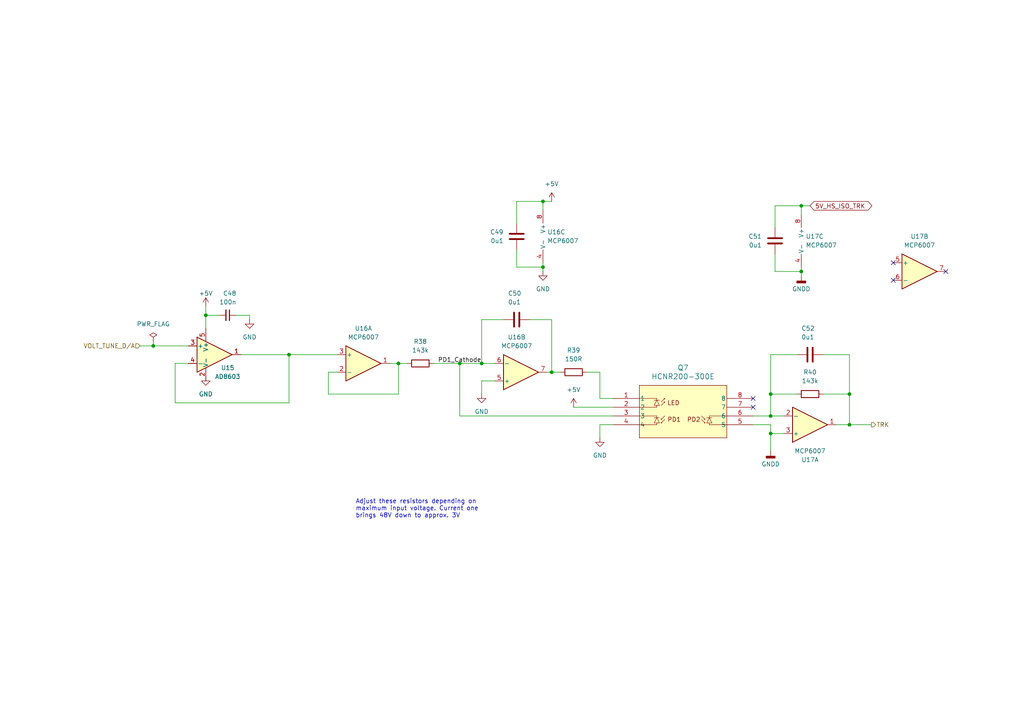
<source format=kicad_sch>
(kicad_sch (version 20231120) (generator "eeschema") (generator_version "8.0")
  (paper "A4")
  (lib_symbols
    (symbol "Amplifier_Operational:AD8603" (pin_names (offset 0.127))
      (property "Reference" "U" (at 0 5.08 0))
      (property "Value" "AD8603" (at 0 -5.08 0))
      (symbol "AD8603_0_1"
        (polyline (pts (xy -5.08 5.08) (xy 5.08 0) (xy -5.08 -5.08) (xy -5.08 5.08)) (stroke (width 0.254)) (fill (type background)))
        (pin power_in line (at -2.54 -7.62 90) (length 3.81) (name "V-") (number "2"))
        (pin power_in line (at -2.54 7.62 270) (length 3.81) (name "V+") (number "5"))
      )
      (symbol "AD8603_1_1"
        (pin output line (at 7.62 0 180) (length 2.54) (name "~") (number "1"))
        (pin input line (at -7.62 2.54 0) (length 2.54) (name "+") (number "3"))
        (pin input line (at -7.62 -2.54 0) (length 2.54) (name "-") (number "4"))
      )
    )
    (symbol "Device:C" (pin_numbers hide) (pin_names (offset 0.254))
      (property "Reference" "C" (at 0.635 2.54 0))
      (property "Value" "C" (at 0.635 -2.54 0))
      (symbol "C_0_1"
        (polyline (pts (xy -2.032 -0.762) (xy 2.032 -0.762)) (stroke (width 0.508)))
        (polyline (pts (xy -2.032 0.762) (xy 2.032 0.762)) (stroke (width 0.508)))
      )
      (symbol "C_1_1"
        (pin passive line (at 0 3.81 270) (length 2.794) (name "~") (number "1"))
        (pin passive line (at 0 -3.81 90) (length 2.794) (name "~") (number "2"))
      )
    )
    (symbol "Device:C_Small" (pin_numbers hide) (pin_names (offset 0.254) hide)
      (property "Reference" "C" (at 0.254 1.778 0))
      (property "Value" "C_Small" (at 0.254 -2.032 0))
      (symbol "C_Small_0_1"
        (polyline (pts (xy -1.524 -0.508) (xy 1.524 -0.508)) (stroke (width 0.3302)))
        (polyline (pts (xy -1.524 0.508) (xy 1.524 0.508)) (stroke (width 0.3048)))
      )
      (symbol "C_Small_1_1"
        (pin passive line (at 0 2.54 270) (length 2.032) (name "~") (number "1"))
        (pin passive line (at 0 -2.54 90) (length 2.032) (name "~") (number "2"))
      )
    )
    (symbol "Device:R" (pin_numbers hide) (pin_names (offset 0))
      (property "Reference" "R" (at 2.032 0 90))
      (property "Value" "R" (at 0 0 90))
      (symbol "R_0_1"
        (rectangle (start -1.016 -2.54) (end 1.016 2.54) (stroke (width 0.254)))
      )
      (symbol "R_1_1"
        (pin passive line (at 0 3.81 270) (length 1.27) (name "~") (number "1"))
        (pin passive line (at 0 -3.81 90) (length 1.27) (name "~") (number "2"))
      )
    )
    (symbol "ecocad_lib_symbols:HCNR200-300E" (pin_names (offset 0.254))
      (property "Reference" "Q" (at 20.32 10.16 0))
      (property "Value" "HCNR200-300E" (at 20.32 7.62 0))
      (symbol "HCNR200-300E_0_1"
        (polyline (pts (xy 7.62 -7.62) (xy 12.7 -7.62)) (stroke (width 0.127)))
        (polyline (pts (xy 7.62 -5.08) (xy 12.7 -5.08)) (stroke (width 0.127)))
        (polyline (pts (xy 7.62 -2.54) (xy 12.7 -2.54)) (stroke (width 0.127)))
        (polyline (pts (xy 7.62 0) (xy 12.7 0)) (stroke (width 0.127)))
        (polyline (pts (xy 11.938 -7.112) (xy 13.462 -7.112)) (stroke (width 0.127)))
        (polyline (pts (xy 11.938 -5.588) (xy 13.462 -5.588)) (stroke (width 0.127)))
        (polyline (pts (xy 11.938 -2.032) (xy 13.462 -2.032)) (stroke (width 0.127)))
        (polyline (pts (xy 11.938 -0.508) (xy 13.462 -0.508)) (stroke (width 0.127)))
        (polyline (pts (xy 12.7 -7.112) (xy 12.7 -7.62)) (stroke (width 0.127)))
        (polyline (pts (xy 12.7 -5.588) (xy 11.938 -7.112)) (stroke (width 0.127)))
        (polyline (pts (xy 12.7 -5.08) (xy 12.7 -5.588)) (stroke (width 0.127)))
        (polyline (pts (xy 12.7 -2.032) (xy 12.7 -2.54)) (stroke (width 0.127)))
        (polyline (pts (xy 12.7 -0.508) (xy 11.938 -2.032)) (stroke (width 0.127)))
        (polyline (pts (xy 12.7 0) (xy 12.7 -0.508)) (stroke (width 0.127)))
        (polyline (pts (xy 13.462 -7.112) (xy 12.7 -5.588)) (stroke (width 0.127)))
        (polyline (pts (xy 13.462 -2.032) (xy 12.7 -0.508)) (stroke (width 0.127)))
        (polyline (pts (xy 13.97 -7.112) (xy 13.97 -6.858)) (stroke (width 0.127)))
        (polyline (pts (xy 13.97 -7.112) (xy 14.224 -7.112)) (stroke (width 0.127)))
        (polyline (pts (xy 13.97 -6.096) (xy 13.97 -5.842)) (stroke (width 0.127)))
        (polyline (pts (xy 13.97 -6.096) (xy 14.224 -6.096)) (stroke (width 0.127)))
        (polyline (pts (xy 13.97 -2.032) (xy 14.986 -1.016)) (stroke (width 0.127)))
        (polyline (pts (xy 13.97 -1.016) (xy 14.986 0)) (stroke (width 0.127)))
        (polyline (pts (xy 14.986 -6.096) (xy 13.97 -7.112)) (stroke (width 0.127)))
        (polyline (pts (xy 14.986 -5.08) (xy 13.97 -6.096)) (stroke (width 0.127)))
        (polyline (pts (xy 14.986 -1.016) (xy 14.732 -1.016)) (stroke (width 0.127)))
        (polyline (pts (xy 14.986 -1.016) (xy 14.986 -1.27)) (stroke (width 0.127)))
        (polyline (pts (xy 14.986 0) (xy 14.732 0)) (stroke (width 0.127)))
        (polyline (pts (xy 14.986 0) (xy 14.986 -0.254)) (stroke (width 0.127)))
        (polyline (pts (xy 25.654 -6.096) (xy 26.67 -7.112)) (stroke (width 0.127)))
        (polyline (pts (xy 25.654 -5.08) (xy 26.67 -6.096)) (stroke (width 0.127)))
        (polyline (pts (xy 26.67 -7.112) (xy 26.416 -7.112)) (stroke (width 0.127)))
        (polyline (pts (xy 26.67 -7.112) (xy 26.67 -6.858)) (stroke (width 0.127)))
        (polyline (pts (xy 26.67 -6.096) (xy 26.416 -6.096)) (stroke (width 0.127)))
        (polyline (pts (xy 26.67 -6.096) (xy 26.67 -5.842)) (stroke (width 0.127)))
        (polyline (pts (xy 27.178 -7.112) (xy 27.94 -5.588)) (stroke (width 0.127)))
        (polyline (pts (xy 27.94 -7.112) (xy 27.94 -7.62)) (stroke (width 0.127)))
        (polyline (pts (xy 27.94 -5.588) (xy 28.702 -7.112)) (stroke (width 0.127)))
        (polyline (pts (xy 27.94 -5.08) (xy 27.94 -5.588)) (stroke (width 0.127)))
        (polyline (pts (xy 28.702 -7.112) (xy 27.178 -7.112)) (stroke (width 0.127)))
        (polyline (pts (xy 28.702 -5.588) (xy 27.178 -5.588)) (stroke (width 0.127)))
        (polyline (pts (xy 33.02 -7.62) (xy 27.94 -7.62)) (stroke (width 0.127)))
        (polyline (pts (xy 33.02 -5.08) (xy 27.94 -5.08)) (stroke (width 0.127)))
        (pin unspecified line (at 0 0 0) (length 7.62) (name "1") (number "1"))
        (pin unspecified line (at 0 -2.54 0) (length 7.62) (name "2") (number "2"))
        (pin unspecified line (at 0 -5.08 0) (length 7.62) (name "3") (number "3"))
        (pin unspecified line (at 0 -7.62 0) (length 7.62) (name "4") (number "4"))
        (pin unspecified line (at 40.64 -7.62 180) (length 7.62) (name "5") (number "5"))
        (pin unspecified line (at 40.64 -5.08 180) (length 7.62) (name "6") (number "6"))
        (pin unspecified line (at 40.64 -2.54 180) (length 7.62) (name "7") (number "7"))
        (pin unspecified line (at 40.64 0 180) (length 7.62) (name "8") (number "8"))
      )
      (symbol "HCNR200-300E_1_1"
        (rectangle (start 7.62 3.81) (end 33.02 -11.43) (fill (type background)))
        (text "LED" (at 17.526 -1.27 0) (effects (font (size 1.27 1.27))))
        (text "PD1  PD2" (at 20.574 -6.096 0) (effects (font (size 1.27 1.27))))
      )
    )
    (symbol "ecocad_lib_symbols:MCP6007" (pin_names (offset 0.127))
      (property "Reference" "U" (at 0 5.08 0))
      (property "Value" "MCP6007" (at 0 -5.08 0))
      (symbol "MCP6007_1_1"
        (polyline (pts (xy -5.08 5.08) (xy 5.08 0) (xy -5.08 -5.08) (xy -5.08 5.08)) (stroke (width 0.254)) (fill (type background)))
        (pin output line (at 7.62 0 180) (length 2.54) (name "~") (number "1"))
        (pin input line (at -7.62 -2.54 0) (length 2.54) (name "-") (number "2"))
        (pin input line (at -7.62 2.54 0) (length 2.54) (name "+") (number "3"))
      )
      (symbol "MCP6007_2_1"
        (polyline (pts (xy -5.08 5.08) (xy 5.08 0) (xy -5.08 -5.08) (xy -5.08 5.08)) (stroke (width 0.254)) (fill (type background)))
        (pin input line (at -7.62 2.54 0) (length 2.54) (name "+") (number "5"))
        (pin input line (at -7.62 -2.54 0) (length 2.54) (name "-") (number "6"))
        (pin output line (at 7.62 0 180) (length 2.54) (name "~") (number "7"))
      )
      (symbol "MCP6007_3_1"
        (pin power_in line (at -2.54 -7.62 90) (length 3.81) (name "V-") (number "4"))
        (pin power_in line (at -2.54 7.62 270) (length 3.81) (name "V+") (number "8"))
      )
    )
    (symbol "power:+5V" (power) (pin_numbers hide) (pin_names (offset 0) hide)
      (property "Value" "+5V" (at 0 3.556 0))
      (symbol "+5V_0_1"
        (polyline (pts (xy -0.762 1.27) (xy 0 2.54)))
        (polyline (pts (xy 0 0) (xy 0 2.54)))
        (polyline (pts (xy 0 2.54) (xy 0.762 1.27)))
      )
      (symbol "+5V_1_1"
        (pin power_in line (at 0 0 90) (length 0) (name "~") (number "1"))
      )
    )
    (symbol "power:GND" (power) (pin_numbers hide) (pin_names (offset 0) hide)
      (property "Value" "GND" (at 0 -3.81 0))
      (symbol "GND_0_1"
        (polyline (pts (xy 0 0) (xy 0 -1.27) (xy 1.27 -1.27) (xy 0 -2.54) (xy -1.27 -1.27) (xy 0 -1.27)))
      )
      (symbol "GND_1_1"
        (pin power_in line (at 0 0 270) (length 0) (name "~") (number "1"))
      )
    )
    (symbol "power:GNDD" (power) (pin_numbers hide) (pin_names (offset 0) hide)
      (property "Value" "GNDD" (at 0 -3.175 0))
      (symbol "GNDD_0_1"
        (rectangle (start -1.27 -1.524) (end 1.27 -2.032) (stroke (width 0.254)) (fill (type outline)))
        (polyline (pts (xy 0 0) (xy 0 -1.524)))
      )
      (symbol "GNDD_1_1"
        (pin power_in line (at 0 0 270) (length 0) (name "~") (number "1"))
      )
    )
    (symbol "power:PWR_FLAG" (power) (pin_numbers hide) (pin_names (offset 0) hide)
      (property "Value" "PWR_FLAG" (at 0 3.81 0))
      (symbol "PWR_FLAG_0_0"
        (pin power_out line (at 0 0 90) (length 0) (name "~") (number "1"))
      )
      (symbol "PWR_FLAG_0_1"
        (polyline (pts (xy 0 0) (xy 0 1.27) (xy -1.016 1.905) (xy 0 2.54) (xy 1.016 1.905) (xy 0 1.27)))
      )
    )
  )
  (junction (at 232.41 78.74))
  (junction (at 83.82 102.87))
  (junction (at 139.7 105.41))
  (junction (at 246.38 114.3))
  (junction (at 223.52 114.3))
  (junction (at 133.35 105.41))
  (junction (at 160.02 107.95))
  (junction (at 115.57 105.41))
  (junction (at 246.38 123.19))
  (junction (at 157.48 58.42))
  (junction (at 223.52 120.65))
  (junction (at 157.48 77.47))
  (junction (at 44.45 100.33))
  (junction (at 232.41 59.69))
  (junction (at 59.69 91.44))
  (junction (at 223.52 125.73))
  (no_connect (at 218.44 115.57))
  (no_connect (at 259.08 76.2))
  (no_connect (at 274.32 78.74))
  (no_connect (at 259.08 81.28))
  (no_connect (at 218.44 118.11))
  (wire (pts (xy 166.37 118.11) (xy 177.8 118.11)))
  (wire (pts (xy 160.02 92.71) (xy 160.02 107.95)))
  (wire (pts (xy 218.44 123.19) (xy 223.52 123.19)))
  (wire (pts (xy 139.7 92.71) (xy 139.7 105.41)))
  (wire (pts (xy 83.82 102.87) (xy 97.79 102.87)))
  (wire (pts (xy 218.44 120.65) (xy 223.52 120.65)))
  (wire (pts (xy 133.35 105.41) (xy 139.7 105.41)))
  (wire (pts (xy 224.79 73.66) (xy 224.79 78.74)))
  (wire (pts (xy 125.73 105.41) (xy 133.35 105.41)))
  (wire (pts (xy 95.25 114.3) (xy 115.57 114.3)))
  (wire (pts (xy 59.69 88.9) (xy 59.69 91.44)))
  (wire (pts (xy 157.48 77.47) (xy 157.48 76.2)))
  (wire (pts (xy 143.51 110.49) (xy 139.7 110.49)))
  (wire (pts (xy 238.76 114.3) (xy 246.38 114.3)))
  (wire (pts (xy 223.52 114.3) (xy 223.52 102.87)))
  (wire (pts (xy 95.25 107.95) (xy 95.25 114.3)))
  (wire (pts (xy 40.64 100.33) (xy 44.45 100.33)))
  (wire (pts (xy 223.52 125.73) (xy 223.52 130.81)))
  (wire (pts (xy 72.39 91.44) (xy 72.39 92.71)))
  (wire (pts (xy 223.52 123.19) (xy 223.52 125.73)))
  (wire (pts (xy 246.38 102.87) (xy 246.38 114.3)))
  (wire (pts (xy 44.45 100.33) (xy 54.61 100.33)))
  (wire (pts (xy 177.8 115.57) (xy 173.99 115.57)))
  (wire (pts (xy 153.67 92.71) (xy 160.02 92.71)))
  (wire (pts (xy 246.38 123.19) (xy 252.73 123.19)))
  (wire (pts (xy 69.85 102.87) (xy 83.82 102.87)))
  (wire (pts (xy 223.52 102.87) (xy 231.14 102.87)))
  (wire (pts (xy 59.69 91.44) (xy 63.5 91.44)))
  (wire (pts (xy 232.41 80.01) (xy 232.41 78.74)))
  (wire (pts (xy 115.57 105.41) (xy 113.03 105.41)))
  (wire (pts (xy 157.48 58.42) (xy 157.48 60.96)))
  (wire (pts (xy 59.69 110.49) (xy 59.69 109.22)))
  (wire (pts (xy 173.99 123.19) (xy 173.99 127)))
  (wire (pts (xy 68.58 91.44) (xy 72.39 91.44)))
  (wire (pts (xy 238.76 102.87) (xy 246.38 102.87)))
  (wire (pts (xy 158.75 107.95) (xy 160.02 107.95)))
  (wire (pts (xy 54.61 105.41) (xy 50.8 105.41)))
  (wire (pts (xy 223.52 125.73) (xy 227.33 125.73)))
  (wire (pts (xy 133.35 120.65) (xy 133.35 105.41)))
  (wire (pts (xy 223.52 114.3) (xy 231.14 114.3)))
  (wire (pts (xy 232.41 59.69) (xy 232.41 62.23)))
  (wire (pts (xy 139.7 105.41) (xy 143.51 105.41)))
  (wire (pts (xy 133.35 120.65) (xy 177.8 120.65)))
  (wire (pts (xy 246.38 114.3) (xy 246.38 123.19)))
  (wire (pts (xy 173.99 107.95) (xy 173.99 115.57)))
  (wire (pts (xy 177.8 123.19) (xy 173.99 123.19)))
  (wire (pts (xy 170.18 107.95) (xy 173.99 107.95)))
  (wire (pts (xy 115.57 105.41) (xy 118.11 105.41)))
  (wire (pts (xy 59.69 91.44) (xy 59.69 95.25)))
  (wire (pts (xy 50.8 116.84) (xy 83.82 116.84)))
  (wire (pts (xy 50.8 105.41) (xy 50.8 116.84)))
  (wire (pts (xy 149.86 77.47) (xy 157.48 77.47)))
  (wire (pts (xy 83.82 102.87) (xy 83.82 116.84)))
  (wire (pts (xy 97.79 107.95) (xy 95.25 107.95)))
  (wire (pts (xy 115.57 114.3) (xy 115.57 105.41)))
  (wire (pts (xy 224.79 78.74) (xy 232.41 78.74)))
  (wire (pts (xy 139.7 92.71) (xy 146.05 92.71)))
  (wire (pts (xy 157.48 78.74) (xy 157.48 77.47)))
  (wire (pts (xy 160.02 107.95) (xy 162.56 107.95)))
  (wire (pts (xy 223.52 120.65) (xy 227.33 120.65)))
  (wire (pts (xy 149.86 64.77) (xy 149.86 58.42)))
  (wire (pts (xy 246.38 123.19) (xy 242.57 123.19)))
  (wire (pts (xy 160.02 58.42) (xy 157.48 58.42)))
  (wire (pts (xy 224.79 66.04) (xy 224.79 59.69)))
  (wire (pts (xy 149.86 58.42) (xy 157.48 58.42)))
  (wire (pts (xy 149.86 72.39) (xy 149.86 77.47)))
  (wire (pts (xy 44.45 100.33) (xy 44.45 99.06)))
  (wire (pts (xy 224.79 59.69) (xy 232.41 59.69)))
  (wire (pts (xy 139.7 110.49) (xy 139.7 114.3)))
  (wire (pts (xy 232.41 78.74) (xy 232.41 77.47)))
  (wire (pts (xy 234.95 59.69) (xy 232.41 59.69)))
  (wire (pts (xy 223.52 120.65) (xy 223.52 114.3)))
  (text "Adjust these resistors depending on\nmaximum input voltage. Current one\nbrings 48V down to approx. 3V" (at 103.124 147.574 0) (effects (font (size 1.27 1.27)) (justify left)))
  (label "PD1_Cathode" (at 127 105.41 0))
  (global_label "5V_HS_ISO_TRK" (shape bidirectional) (at 234.95 59.69 0) (property "Intersheetrefs" "${INTERSHEET_REFS}" (effects (hide yes))))
  (hierarchical_label "VOLT_TUNE_D{slash}A" (shape input) (at 40.64 100.33 180))
  (hierarchical_label "TRK" (shape output) (at 252.73 123.19 0))
  (symbol (lib_id "ecocad_lib_symbols:MCP6007") (at 160.02 68.58 0) (unit 3)
    (property "Reference" "U16" (at 158.75 67.3099 0) (effects (justify left)))
    (property "Value" "MCP6007" (at 158.75 69.8499 0) (effects (justify left)))
    (property "Footprint" "Package_SO:SOIC-8_3.9x4.9mm_P1.27mm" (effects (hide yes)))
    (property "Datasheet" "https://ww1.microchip.com/downloads/aemDocuments/documents/APID/ProductDocuments/DataSheets/MCP6006-6R-6U-7-9-Data-Sheet-20006411B.pdf" (effects (hide yes)))
    (property "Description" "Dual Operational Amplifiers, DIP-8/SOIC-8/TSSOP-8/VSSOP-8" (effects (hide yes)))
  )
  (symbol (lib_id "ecocad_lib_symbols:MCP6007") (at 105.41 105.41 0) (unit 1)
    (property "Reference" "U16" (at 105.41 95.25 0))
    (property "Value" "MCP6007" (at 105.41 97.79 0))
    (property "Footprint" "Package_SO:SOIC-8_3.9x4.9mm_P1.27mm" (effects (hide yes)))
    (property "Datasheet" "https://ww1.microchip.com/downloads/aemDocuments/documents/APID/ProductDocuments/DataSheets/MCP6006-6R-6U-7-9-Data-Sheet-20006411B.pdf" (effects (hide yes)))
    (property "Description" "Dual Operational Amplifiers, DIP-8/SOIC-8/TSSOP-8/VSSOP-8" (effects (hide yes)))
  )
  (symbol (lib_id "power:+5V") (at 59.69 88.9 0) (unit 1)
    (property "Reference" "#PWR083" (effects (hide yes)))
    (property "Value" "+5V" (at 59.69 85.09 0))
  )
  (symbol (lib_id "power:GND") (at 139.7 114.3 0) (unit 1)
    (property "Reference" "#PWR086" (effects (hide yes)))
    (property "Value" "GND" (at 139.7 119.38 0))
    (property "Description" "Power symbol creates a global label with name \"GND\" , ground" (effects (hide yes)))
  )
  (symbol (lib_id "power:PWR_FLAG") (at 44.45 99.06 0) (unit 1)
    (property "Reference" "#FLG09" (effects (hide yes)))
    (property "Value" "PWR_FLAG" (at 44.45 93.98 0))
    (property "Description" "Special symbol for telling ERC where power comes from" (effects (hide yes)))
  )
  (symbol (lib_id "Device:R") (at 234.95 114.3 90) (unit 1)
    (property "Reference" "R40" (at 234.95 107.95 90))
    (property "Value" "143k" (at 234.95 110.49 90))
    (property "Footprint" "Resistor_SMD:R_0603_1608Metric" (effects (hide yes)))
    (property "Description" "Resistor" (effects (hide yes)))
  )
  (symbol (lib_id "power:GND") (at 72.39 92.71 0) (unit 1)
    (property "Reference" "#PWR085" (effects (hide yes)))
    (property "Value" "GND" (at 72.39 97.79 0))
    (property "Description" "Power symbol creates a global label with name \"GND\" , ground" (effects (hide yes)))
  )
  (symbol (lib_id "ecocad_lib_symbols:MCP6007") (at 266.7 78.74 0) (unit 2)
    (property "Reference" "U17" (at 266.7 68.58 0))
    (property "Value" "MCP6007" (at 266.7 71.12 0))
    (property "Footprint" "Package_SO:SOIC-8_3.9x4.9mm_P1.27mm" (effects (hide yes)))
    (property "Datasheet" "https://ww1.microchip.com/downloads/aemDocuments/documents/APID/ProductDocuments/DataSheets/MCP6006-6R-6U-7-9-Data-Sheet-20006411B.pdf" (effects (hide yes)))
    (property "Description" "Dual Operational Amplifiers, DIP-8/SOIC-8/TSSOP-8/VSSOP-8" (effects (hide yes)))
  )
  (symbol (lib_id "Device:C_Small") (at 66.04 91.44 270) (unit 1)
    (property "Reference" "C48" (at 68.58 85.09 90) (effects (justify right)))
    (property "Value" "100n" (at 68.58 87.63 90) (effects (justify right)))
    (property "Footprint" "Capacitor_SMD:C_0603_1608Metric" (effects (hide yes)))
    (property "Part#" "C14663" (effects (hide yes)))
  )
  (symbol (lib_id "power:GND") (at 157.48 78.74 0) (unit 1)
    (property "Reference" "#PWR087" (effects (hide yes)))
    (property "Value" "GND" (at 157.48 83.82 0))
    (property "Description" "Power symbol creates a global label with name \"GND\" , ground" (effects (hide yes)))
  )
  (symbol (lib_id "Device:C") (at 149.86 68.58 0) (mirror x) (unit 1)
    (property "Reference" "C49" (at 146.05 67.31 0) (effects (justify right)))
    (property "Value" "0u1" (at 146.05 69.85 0) (effects (justify right)))
    (property "Footprint" "Capacitor_SMD:C_0603_1608Metric" (effects (hide yes)))
    (property "Description" "Unpolarized capacitor" (effects (hide yes)))
  )
  (symbol (lib_id "power:GNDD") (at 223.52 130.81 0) (unit 1)
    (property "Reference" "#PWR091" (effects (hide yes)))
    (property "Value" "GNDD" (at 223.52 134.62 0))
    (property "Description" "Power symbol creates a global label with name \"GNDD\" , digital ground" (effects (hide yes)))
  )
  (symbol (lib_id "Device:C") (at 234.95 102.87 90) (mirror x) (unit 1)
    (property "Reference" "C52" (at 232.41 95.25 90) (effects (justify right)))
    (property "Value" "0u1" (at 232.41 97.79 90) (effects (justify right)))
    (property "Footprint" "Capacitor_SMD:C_0603_1608Metric" (effects (hide yes)))
    (property "Description" "Unpolarized capacitor" (effects (hide yes)))
  )
  (symbol (lib_id "ecocad_lib_symbols:MCP6007") (at 151.13 107.95 0) (mirror x) (unit 2)
    (property "Reference" "U16" (at 149.86 97.79 0))
    (property "Value" "MCP6007" (at 149.86 100.33 0))
    (property "Footprint" "Package_SO:SOIC-8_3.9x4.9mm_P1.27mm" (effects (hide yes)))
    (property "Datasheet" "https://ww1.microchip.com/downloads/aemDocuments/documents/APID/ProductDocuments/DataSheets/MCP6006-6R-6U-7-9-Data-Sheet-20006411B.pdf" (effects (hide yes)))
    (property "Description" "Dual Operational Amplifiers, DIP-8/SOIC-8/TSSOP-8/VSSOP-8" (effects (hide yes)))
  )
  (symbol (lib_id "ecocad_lib_symbols:MCP6007") (at 234.95 123.19 0) (mirror x) (unit 1)
    (property "Reference" "U17" (at 234.95 133.35 0))
    (property "Value" "MCP6007" (at 234.95 130.81 0))
    (property "Footprint" "Package_SO:SOIC-8_3.9x4.9mm_P1.27mm" (effects (hide yes)))
    (property "Datasheet" "https://ww1.microchip.com/downloads/aemDocuments/documents/APID/ProductDocuments/DataSheets/MCP6006-6R-6U-7-9-Data-Sheet-20006411B.pdf" (effects (hide yes)))
    (property "Description" "Dual Operational Amplifiers, DIP-8/SOIC-8/TSSOP-8/VSSOP-8" (effects (hide yes)))
  )
  (symbol (lib_id "power:GNDD") (at 232.41 80.01 0) (unit 1)
    (property "Reference" "#PWR092" (effects (hide yes)))
    (property "Value" "GNDD" (at 232.41 83.82 0))
    (property "Description" "Power symbol creates a global label with name \"GNDD\" , digital ground" (effects (hide yes)))
  )
  (symbol (lib_id "Device:R") (at 121.92 105.41 90) (unit 1)
    (property "Reference" "R38" (at 121.92 99.06 90))
    (property "Value" "143k" (at 121.92 101.6 90))
    (property "Footprint" "Resistor_SMD:R_0603_1608Metric" (effects (hide yes)))
    (property "Description" "Resistor" (effects (hide yes)))
  )
  (symbol (lib_id "power:GND") (at 173.99 127 0) (unit 1)
    (property "Reference" "#PWR090" (effects (hide yes)))
    (property "Value" "GND" (at 173.99 132.08 0))
    (property "Description" "Power symbol creates a global label with name \"GND\" , ground" (effects (hide yes)))
  )
  (symbol (lib_id "power:GND") (at 59.69 109.22 0) (unit 1)
    (property "Reference" "#PWR084" (effects (hide yes)))
    (property "Value" "GND" (at 59.69 114.3 0))
    (property "Description" "Power symbol creates a global label with name \"GND\" , ground" (effects (hide yes)))
  )
  (symbol (lib_id "power:+5V") (at 166.37 118.11 0) (unit 1)
    (property "Reference" "#PWR089" (effects (hide yes)))
    (property "Value" "+5V" (at 166.37 113.03 0))
    (property "Description" "Power symbol creates a global label with name \"+5V\"" (effects (hide yes)))
  )
  (symbol (lib_id "ecocad_lib_symbols:HCNR200-300E") (at 177.8 115.57 0) (unit 1)
    (property "Reference" "Q7" (at 198.12 106.68 0) (effects (font (size 1.524 1.524))))
    (property "Value" "HCNR200-300E" (at 198.12 109.22 0) (effects (font (size 1.524 1.524))))
    (property "Footprint" "ecocad_lib_footprints:HCNR200-300E" (effects (hide yes)))
    (property "Datasheet" "https://docs.broadcom.com/doc/HCNR200-HCNR201-High-Linearity-Analog-Optocouplers-DS" (effects (hide yes)))
  )
  (symbol (lib_id "Device:R") (at 166.37 107.95 90) (unit 1)
    (property "Reference" "R39" (at 166.37 101.6 90))
    (property "Value" "150R" (at 166.37 104.14 90))
    (property "Footprint" "Resistor_SMD:R_0805_2012Metric" (effects (hide yes)))
    (property "Description" "Resistor" (effects (hide yes)))
  )
  (symbol (lib_id "Amplifier_Operational:AD8603") (at 62.23 102.87 0) (unit 1)
    (property "Reference" "U15" (at 66.04 106.68 0))
    (property "Value" "AD8603" (at 66.04 109.22 0))
    (property "Footprint" "Package_TO_SOT_SMD:TSOT-23-5" (effects (hide yes)))
    (property "Datasheet" "https://www.analog.com/media/en/technical-documentation/data-sheets/AD8603_8607_8609.pdf" (effects (hide yes)))
    (property "Part#" "C578770" (effects (hide yes)))
  )
  (symbol (lib_id "power:+5V") (at 160.02 58.42 0) (unit 1)
    (property "Reference" "#PWR088" (effects (hide yes)))
    (property "Value" "+5V" (at 160.02 53.34 0))
    (property "Description" "Power symbol creates a global label with name \"+5V\"" (effects (hide yes)))
  )
  (symbol (lib_id "Device:C") (at 149.86 92.71 90) (mirror x) (unit 1)
    (property "Reference" "C50" (at 147.32 85.09 90) (effects (justify right)))
    (property "Value" "0u1" (at 147.32 87.63 90) (effects (justify right)))
    (property "Footprint" "Capacitor_SMD:C_0603_1608Metric" (effects (hide yes)))
    (property "Description" "Unpolarized capacitor" (effects (hide yes)))
  )
  (symbol (lib_id "ecocad_lib_symbols:MCP6007") (at 234.95 69.85 0) (unit 3)
    (property "Reference" "U17" (at 233.68 68.5799 0) (effects (justify left)))
    (property "Value" "MCP6007" (at 233.68 71.1199 0) (effects (justify left)))
    (property "Footprint" "Package_SO:SOIC-8_3.9x4.9mm_P1.27mm" (effects (hide yes)))
    (property "Datasheet" "https://ww1.microchip.com/downloads/aemDocuments/documents/APID/ProductDocuments/DataSheets/MCP6006-6R-6U-7-9-Data-Sheet-20006411B.pdf" (effects (hide yes)))
    (property "Description" "Dual Operational Amplifiers, DIP-8/SOIC-8/TSSOP-8/VSSOP-8" (effects (hide yes)))
  )
  (symbol (lib_id "Device:C") (at 224.79 69.85 0) (mirror x) (unit 1)
    (property "Reference" "C51" (at 220.98 68.58 0) (effects (justify right)))
    (property "Value" "0u1" (at 220.98 71.12 0) (effects (justify right)))
    (property "Footprint" "Resistor_SMD:R_0603_1608Metric" (effects (hide yes)))
    (property "Description" "Unpolarized capacitor" (effects (hide yes)))
  )
)
</source>
